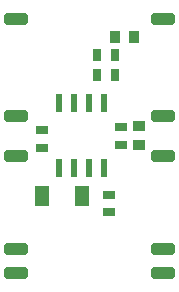
<source format=gtp>
G04*
G04 #@! TF.GenerationSoftware,Altium Limited,Altium Designer,24.10.1 (45)*
G04*
G04 Layer_Color=8421504*
%FSLAX44Y44*%
%MOMM*%
G71*
G04*
G04 #@! TF.SameCoordinates,79C6D601-A39B-46A2-8E03-E2448EDDA2BC*
G04*
G04*
G04 #@! TF.FilePolarity,Positive*
G04*
G01*
G75*
%ADD12R,0.6000X1.5000*%
%ADD13R,1.0000X0.7500*%
%ADD14R,1.1500X1.8000*%
%ADD15R,1.0000X0.9500*%
G04:AMPARAMS|DCode=16|XSize=2mm|YSize=1mm|CornerRadius=0.25mm|HoleSize=0mm|Usage=FLASHONLY|Rotation=180.000|XOffset=0mm|YOffset=0mm|HoleType=Round|Shape=RoundedRectangle|*
%AMROUNDEDRECTD16*
21,1,2.0000,0.5000,0,0,180.0*
21,1,1.5000,1.0000,0,0,180.0*
1,1,0.5000,-0.7500,0.2500*
1,1,0.5000,0.7500,0.2500*
1,1,0.5000,0.7500,-0.2500*
1,1,0.5000,-0.7500,-0.2500*
%
%ADD16ROUNDEDRECTD16*%
%ADD17R,0.9500X1.0000*%
%ADD18R,0.7500X1.0000*%
D12*
X-26050Y122500D02*
D03*
X-13350D02*
D03*
X-650D02*
D03*
X12050D02*
D03*
X-26050Y177500D02*
D03*
X-13350D02*
D03*
X-650D02*
D03*
X12050D02*
D03*
D13*
X-40350Y139820D02*
D03*
Y154820D02*
D03*
X16440Y85210D02*
D03*
Y100210D02*
D03*
X26513Y157457D02*
D03*
Y142457D02*
D03*
D14*
X-40350Y99060D02*
D03*
X-6350D02*
D03*
D15*
X41513Y158097D02*
D03*
Y142098D02*
D03*
D16*
X62000Y133000D02*
D03*
Y54000D02*
D03*
X-62000D02*
D03*
X62000Y249000D02*
D03*
X-62000D02*
D03*
X62000Y34000D02*
D03*
X-62000D02*
D03*
Y167000D02*
D03*
X62000D02*
D03*
X-62000Y133000D02*
D03*
D17*
X37400Y233680D02*
D03*
X21400D02*
D03*
D18*
Y201930D02*
D03*
X6400D02*
D03*
Y218440D02*
D03*
X21400D02*
D03*
M02*

</source>
